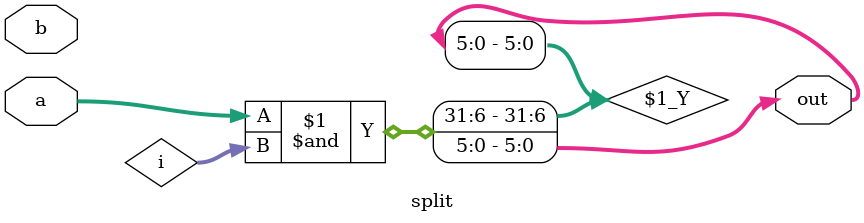
<source format=v>
module split( a, b, out);

	input [5:0] a;
	input [5:0] b;
	output [5:0] out;
	wire [5:0] out;
	integer i;

	assign out = a & i;



endmodule

</source>
